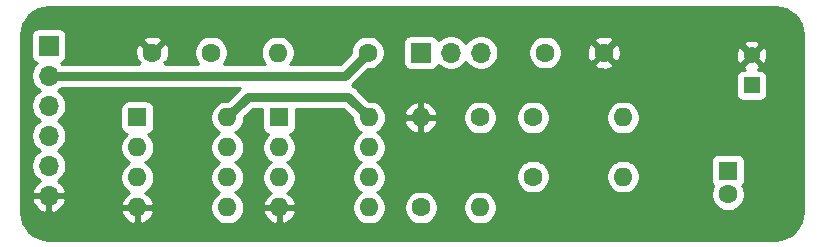
<source format=gbl>
G04 #@! TF.GenerationSoftware,KiCad,Pcbnew,(5.1.10)-1*
G04 #@! TF.CreationDate,2022-03-26T09:57:36-04:00*
G04 #@! TF.ProjectId,Microphone Amplifier,4d696372-6f70-4686-9f6e-6520416d706c,rev?*
G04 #@! TF.SameCoordinates,Original*
G04 #@! TF.FileFunction,Copper,L2,Bot*
G04 #@! TF.FilePolarity,Positive*
%FSLAX46Y46*%
G04 Gerber Fmt 4.6, Leading zero omitted, Abs format (unit mm)*
G04 Created by KiCad (PCBNEW (5.1.10)-1) date 2022-03-26 09:57:36*
%MOMM*%
%LPD*%
G01*
G04 APERTURE LIST*
G04 #@! TA.AperFunction,ComponentPad*
%ADD10C,1.600000*%
G04 #@! TD*
G04 #@! TA.AperFunction,ComponentPad*
%ADD11R,1.600000X1.600000*%
G04 #@! TD*
G04 #@! TA.AperFunction,ComponentPad*
%ADD12O,1.600000X1.600000*%
G04 #@! TD*
G04 #@! TA.AperFunction,ComponentPad*
%ADD13C,1.378000*%
G04 #@! TD*
G04 #@! TA.AperFunction,ComponentPad*
%ADD14R,1.378000X1.378000*%
G04 #@! TD*
G04 #@! TA.AperFunction,ComponentPad*
%ADD15O,1.700000X1.700000*%
G04 #@! TD*
G04 #@! TA.AperFunction,ComponentPad*
%ADD16R,1.700000X1.700000*%
G04 #@! TD*
G04 #@! TA.AperFunction,Conductor*
%ADD17C,0.750000*%
G04 #@! TD*
G04 #@! TA.AperFunction,Conductor*
%ADD18C,0.254000*%
G04 #@! TD*
G04 #@! TA.AperFunction,Conductor*
%ADD19C,0.100000*%
G04 #@! TD*
G04 APERTURE END LIST*
D10*
X156000000Y-122500000D03*
D11*
X156000000Y-120500000D03*
D12*
X113620000Y-116000000D03*
X106000000Y-123620000D03*
X113620000Y-118540000D03*
X106000000Y-121080000D03*
X113620000Y-121080000D03*
X106000000Y-118540000D03*
X113620000Y-123620000D03*
D11*
X106000000Y-116000000D03*
D12*
X125620000Y-116000000D03*
X118000000Y-123620000D03*
X125620000Y-118540000D03*
X118000000Y-121080000D03*
X125620000Y-121080000D03*
X118000000Y-118540000D03*
X125620000Y-123620000D03*
D11*
X118000000Y-116000000D03*
D12*
X147120000Y-121000000D03*
D10*
X139500000Y-121000000D03*
D12*
X117880000Y-110500000D03*
D10*
X125500000Y-110500000D03*
D12*
X147120000Y-116000000D03*
D10*
X139500000Y-116000000D03*
D12*
X130000000Y-116000000D03*
D10*
X130000000Y-123620000D03*
D12*
X135000000Y-123620000D03*
D10*
X135000000Y-116000000D03*
D13*
X158000000Y-110730000D03*
D14*
X158000000Y-113270000D03*
D15*
X135080000Y-110500000D03*
X132540000Y-110500000D03*
D16*
X130000000Y-110500000D03*
D15*
X98500000Y-122620000D03*
X98500000Y-120080000D03*
X98500000Y-117540000D03*
X98500000Y-115000000D03*
X98500000Y-112460000D03*
D16*
X98500000Y-109920000D03*
D10*
X145500000Y-110500000D03*
X140500000Y-110500000D03*
X107250000Y-110500000D03*
X112250000Y-110500000D03*
D17*
X123540000Y-112460000D02*
X125500000Y-110500000D01*
X98500000Y-112460000D02*
X123540000Y-112460000D01*
X125620000Y-116000000D02*
X123870000Y-114250000D01*
X115370000Y-114250000D02*
X113620000Y-116000000D01*
X123870000Y-114250000D02*
X115370000Y-114250000D01*
D18*
X160453893Y-106707670D02*
X160890498Y-106839489D01*
X161293185Y-107053600D01*
X161646612Y-107341848D01*
X161937327Y-107693261D01*
X162154242Y-108094439D01*
X162289106Y-108530113D01*
X162340001Y-109014353D01*
X162340000Y-123967721D01*
X162292330Y-124453894D01*
X162160512Y-124890497D01*
X161946399Y-125293186D01*
X161658150Y-125646613D01*
X161306739Y-125937327D01*
X160905564Y-126154240D01*
X160469886Y-126289106D01*
X159985664Y-126340000D01*
X98532279Y-126340000D01*
X98046106Y-126292330D01*
X97609503Y-126160512D01*
X97206814Y-125946399D01*
X96853387Y-125658150D01*
X96562673Y-125306739D01*
X96345760Y-124905564D01*
X96210894Y-124469886D01*
X96160000Y-123985664D01*
X96160000Y-122976890D01*
X97058524Y-122976890D01*
X97103175Y-123124099D01*
X97228359Y-123386920D01*
X97402412Y-123620269D01*
X97618645Y-123815178D01*
X97868748Y-123964157D01*
X98143109Y-124061481D01*
X98373000Y-123940814D01*
X98373000Y-122747000D01*
X98627000Y-122747000D01*
X98627000Y-123940814D01*
X98856891Y-124061481D01*
X99117489Y-123969039D01*
X104608096Y-123969039D01*
X104648754Y-124103087D01*
X104768963Y-124357420D01*
X104936481Y-124583414D01*
X105144869Y-124772385D01*
X105386119Y-124917070D01*
X105650960Y-125011909D01*
X105873000Y-124890624D01*
X105873000Y-123747000D01*
X106127000Y-123747000D01*
X106127000Y-124890624D01*
X106349040Y-125011909D01*
X106613881Y-124917070D01*
X106855131Y-124772385D01*
X107063519Y-124583414D01*
X107231037Y-124357420D01*
X107351246Y-124103087D01*
X107391904Y-123969039D01*
X107269915Y-123747000D01*
X106127000Y-123747000D01*
X105873000Y-123747000D01*
X104730085Y-123747000D01*
X104608096Y-123969039D01*
X99117489Y-123969039D01*
X99131252Y-123964157D01*
X99381355Y-123815178D01*
X99597588Y-123620269D01*
X99771641Y-123386920D01*
X99896825Y-123124099D01*
X99941476Y-122976890D01*
X99820155Y-122747000D01*
X98627000Y-122747000D01*
X98373000Y-122747000D01*
X97179845Y-122747000D01*
X97058524Y-122976890D01*
X96160000Y-122976890D01*
X96160000Y-109070000D01*
X97011928Y-109070000D01*
X97011928Y-110770000D01*
X97024188Y-110894482D01*
X97060498Y-111014180D01*
X97119463Y-111124494D01*
X97198815Y-111221185D01*
X97295506Y-111300537D01*
X97405820Y-111359502D01*
X97478380Y-111381513D01*
X97346525Y-111513368D01*
X97184010Y-111756589D01*
X97072068Y-112026842D01*
X97015000Y-112313740D01*
X97015000Y-112606260D01*
X97072068Y-112893158D01*
X97184010Y-113163411D01*
X97346525Y-113406632D01*
X97553368Y-113613475D01*
X97727760Y-113730000D01*
X97553368Y-113846525D01*
X97346525Y-114053368D01*
X97184010Y-114296589D01*
X97072068Y-114566842D01*
X97015000Y-114853740D01*
X97015000Y-115146260D01*
X97072068Y-115433158D01*
X97184010Y-115703411D01*
X97346525Y-115946632D01*
X97553368Y-116153475D01*
X97727760Y-116270000D01*
X97553368Y-116386525D01*
X97346525Y-116593368D01*
X97184010Y-116836589D01*
X97072068Y-117106842D01*
X97015000Y-117393740D01*
X97015000Y-117686260D01*
X97072068Y-117973158D01*
X97184010Y-118243411D01*
X97346525Y-118486632D01*
X97553368Y-118693475D01*
X97727760Y-118810000D01*
X97553368Y-118926525D01*
X97346525Y-119133368D01*
X97184010Y-119376589D01*
X97072068Y-119646842D01*
X97015000Y-119933740D01*
X97015000Y-120226260D01*
X97072068Y-120513158D01*
X97184010Y-120783411D01*
X97346525Y-121026632D01*
X97553368Y-121233475D01*
X97735534Y-121355195D01*
X97618645Y-121424822D01*
X97402412Y-121619731D01*
X97228359Y-121853080D01*
X97103175Y-122115901D01*
X97058524Y-122263110D01*
X97179845Y-122493000D01*
X98373000Y-122493000D01*
X98373000Y-122473000D01*
X98627000Y-122473000D01*
X98627000Y-122493000D01*
X99820155Y-122493000D01*
X99941476Y-122263110D01*
X99896825Y-122115901D01*
X99771641Y-121853080D01*
X99597588Y-121619731D01*
X99381355Y-121424822D01*
X99264466Y-121355195D01*
X99446632Y-121233475D01*
X99653475Y-121026632D01*
X99815990Y-120783411D01*
X99927932Y-120513158D01*
X99985000Y-120226260D01*
X99985000Y-119933740D01*
X99927932Y-119646842D01*
X99815990Y-119376589D01*
X99653475Y-119133368D01*
X99446632Y-118926525D01*
X99272240Y-118810000D01*
X99446632Y-118693475D01*
X99653475Y-118486632D01*
X99815990Y-118243411D01*
X99927932Y-117973158D01*
X99985000Y-117686260D01*
X99985000Y-117393740D01*
X99927932Y-117106842D01*
X99815990Y-116836589D01*
X99653475Y-116593368D01*
X99446632Y-116386525D01*
X99272240Y-116270000D01*
X99446632Y-116153475D01*
X99653475Y-115946632D01*
X99815990Y-115703411D01*
X99927932Y-115433158D01*
X99974310Y-115200000D01*
X104561928Y-115200000D01*
X104561928Y-116800000D01*
X104574188Y-116924482D01*
X104610498Y-117044180D01*
X104669463Y-117154494D01*
X104748815Y-117251185D01*
X104845506Y-117330537D01*
X104955820Y-117389502D01*
X105075518Y-117425812D01*
X105083961Y-117426643D01*
X104885363Y-117625241D01*
X104728320Y-117860273D01*
X104620147Y-118121426D01*
X104565000Y-118398665D01*
X104565000Y-118681335D01*
X104620147Y-118958574D01*
X104728320Y-119219727D01*
X104885363Y-119454759D01*
X105085241Y-119654637D01*
X105317759Y-119810000D01*
X105085241Y-119965363D01*
X104885363Y-120165241D01*
X104728320Y-120400273D01*
X104620147Y-120661426D01*
X104565000Y-120938665D01*
X104565000Y-121221335D01*
X104620147Y-121498574D01*
X104728320Y-121759727D01*
X104885363Y-121994759D01*
X105085241Y-122194637D01*
X105320273Y-122351680D01*
X105330865Y-122356067D01*
X105144869Y-122467615D01*
X104936481Y-122656586D01*
X104768963Y-122882580D01*
X104648754Y-123136913D01*
X104608096Y-123270961D01*
X104730085Y-123493000D01*
X105873000Y-123493000D01*
X105873000Y-123473000D01*
X106127000Y-123473000D01*
X106127000Y-123493000D01*
X107269915Y-123493000D01*
X107391904Y-123270961D01*
X107351246Y-123136913D01*
X107231037Y-122882580D01*
X107063519Y-122656586D01*
X106855131Y-122467615D01*
X106669135Y-122356067D01*
X106679727Y-122351680D01*
X106914759Y-122194637D01*
X107114637Y-121994759D01*
X107271680Y-121759727D01*
X107379853Y-121498574D01*
X107435000Y-121221335D01*
X107435000Y-120938665D01*
X107379853Y-120661426D01*
X107271680Y-120400273D01*
X107114637Y-120165241D01*
X106914759Y-119965363D01*
X106682241Y-119810000D01*
X106914759Y-119654637D01*
X107114637Y-119454759D01*
X107271680Y-119219727D01*
X107379853Y-118958574D01*
X107435000Y-118681335D01*
X107435000Y-118398665D01*
X107379853Y-118121426D01*
X107271680Y-117860273D01*
X107114637Y-117625241D01*
X106916039Y-117426643D01*
X106924482Y-117425812D01*
X107044180Y-117389502D01*
X107154494Y-117330537D01*
X107251185Y-117251185D01*
X107330537Y-117154494D01*
X107389502Y-117044180D01*
X107425812Y-116924482D01*
X107438072Y-116800000D01*
X107438072Y-115200000D01*
X107425812Y-115075518D01*
X107389502Y-114955820D01*
X107330537Y-114845506D01*
X107251185Y-114748815D01*
X107154494Y-114669463D01*
X107044180Y-114610498D01*
X106924482Y-114574188D01*
X106800000Y-114561928D01*
X105200000Y-114561928D01*
X105075518Y-114574188D01*
X104955820Y-114610498D01*
X104845506Y-114669463D01*
X104748815Y-114748815D01*
X104669463Y-114845506D01*
X104610498Y-114955820D01*
X104574188Y-115075518D01*
X104561928Y-115200000D01*
X99974310Y-115200000D01*
X99985000Y-115146260D01*
X99985000Y-114853740D01*
X99927932Y-114566842D01*
X99815990Y-114296589D01*
X99653475Y-114053368D01*
X99446632Y-113846525D01*
X99272240Y-113730000D01*
X99446632Y-113613475D01*
X99590107Y-113470000D01*
X114728362Y-113470000D01*
X114652367Y-113532367D01*
X114620744Y-113570901D01*
X113626645Y-114565000D01*
X113478665Y-114565000D01*
X113201426Y-114620147D01*
X112940273Y-114728320D01*
X112705241Y-114885363D01*
X112505363Y-115085241D01*
X112348320Y-115320273D01*
X112240147Y-115581426D01*
X112185000Y-115858665D01*
X112185000Y-116141335D01*
X112240147Y-116418574D01*
X112348320Y-116679727D01*
X112505363Y-116914759D01*
X112705241Y-117114637D01*
X112937759Y-117270000D01*
X112705241Y-117425363D01*
X112505363Y-117625241D01*
X112348320Y-117860273D01*
X112240147Y-118121426D01*
X112185000Y-118398665D01*
X112185000Y-118681335D01*
X112240147Y-118958574D01*
X112348320Y-119219727D01*
X112505363Y-119454759D01*
X112705241Y-119654637D01*
X112937759Y-119810000D01*
X112705241Y-119965363D01*
X112505363Y-120165241D01*
X112348320Y-120400273D01*
X112240147Y-120661426D01*
X112185000Y-120938665D01*
X112185000Y-121221335D01*
X112240147Y-121498574D01*
X112348320Y-121759727D01*
X112505363Y-121994759D01*
X112705241Y-122194637D01*
X112937759Y-122350000D01*
X112705241Y-122505363D01*
X112505363Y-122705241D01*
X112348320Y-122940273D01*
X112240147Y-123201426D01*
X112185000Y-123478665D01*
X112185000Y-123761335D01*
X112240147Y-124038574D01*
X112348320Y-124299727D01*
X112505363Y-124534759D01*
X112705241Y-124734637D01*
X112940273Y-124891680D01*
X113201426Y-124999853D01*
X113478665Y-125055000D01*
X113761335Y-125055000D01*
X114038574Y-124999853D01*
X114299727Y-124891680D01*
X114534759Y-124734637D01*
X114734637Y-124534759D01*
X114891680Y-124299727D01*
X114999853Y-124038574D01*
X115013684Y-123969039D01*
X116608096Y-123969039D01*
X116648754Y-124103087D01*
X116768963Y-124357420D01*
X116936481Y-124583414D01*
X117144869Y-124772385D01*
X117386119Y-124917070D01*
X117650960Y-125011909D01*
X117873000Y-124890624D01*
X117873000Y-123747000D01*
X118127000Y-123747000D01*
X118127000Y-124890624D01*
X118349040Y-125011909D01*
X118613881Y-124917070D01*
X118855131Y-124772385D01*
X119063519Y-124583414D01*
X119231037Y-124357420D01*
X119351246Y-124103087D01*
X119391904Y-123969039D01*
X119269915Y-123747000D01*
X118127000Y-123747000D01*
X117873000Y-123747000D01*
X116730085Y-123747000D01*
X116608096Y-123969039D01*
X115013684Y-123969039D01*
X115055000Y-123761335D01*
X115055000Y-123478665D01*
X114999853Y-123201426D01*
X114891680Y-122940273D01*
X114734637Y-122705241D01*
X114534759Y-122505363D01*
X114302241Y-122350000D01*
X114534759Y-122194637D01*
X114734637Y-121994759D01*
X114891680Y-121759727D01*
X114999853Y-121498574D01*
X115055000Y-121221335D01*
X115055000Y-120938665D01*
X114999853Y-120661426D01*
X114891680Y-120400273D01*
X114734637Y-120165241D01*
X114534759Y-119965363D01*
X114302241Y-119810000D01*
X114534759Y-119654637D01*
X114734637Y-119454759D01*
X114891680Y-119219727D01*
X114999853Y-118958574D01*
X115055000Y-118681335D01*
X115055000Y-118398665D01*
X114999853Y-118121426D01*
X114891680Y-117860273D01*
X114734637Y-117625241D01*
X114534759Y-117425363D01*
X114302241Y-117270000D01*
X114534759Y-117114637D01*
X114734637Y-116914759D01*
X114891680Y-116679727D01*
X114999853Y-116418574D01*
X115055000Y-116141335D01*
X115055000Y-115993355D01*
X115788356Y-115260000D01*
X116561928Y-115260000D01*
X116561928Y-116800000D01*
X116574188Y-116924482D01*
X116610498Y-117044180D01*
X116669463Y-117154494D01*
X116748815Y-117251185D01*
X116845506Y-117330537D01*
X116955820Y-117389502D01*
X117075518Y-117425812D01*
X117083961Y-117426643D01*
X116885363Y-117625241D01*
X116728320Y-117860273D01*
X116620147Y-118121426D01*
X116565000Y-118398665D01*
X116565000Y-118681335D01*
X116620147Y-118958574D01*
X116728320Y-119219727D01*
X116885363Y-119454759D01*
X117085241Y-119654637D01*
X117317759Y-119810000D01*
X117085241Y-119965363D01*
X116885363Y-120165241D01*
X116728320Y-120400273D01*
X116620147Y-120661426D01*
X116565000Y-120938665D01*
X116565000Y-121221335D01*
X116620147Y-121498574D01*
X116728320Y-121759727D01*
X116885363Y-121994759D01*
X117085241Y-122194637D01*
X117320273Y-122351680D01*
X117330865Y-122356067D01*
X117144869Y-122467615D01*
X116936481Y-122656586D01*
X116768963Y-122882580D01*
X116648754Y-123136913D01*
X116608096Y-123270961D01*
X116730085Y-123493000D01*
X117873000Y-123493000D01*
X117873000Y-123473000D01*
X118127000Y-123473000D01*
X118127000Y-123493000D01*
X119269915Y-123493000D01*
X119391904Y-123270961D01*
X119351246Y-123136913D01*
X119231037Y-122882580D01*
X119063519Y-122656586D01*
X118855131Y-122467615D01*
X118669135Y-122356067D01*
X118679727Y-122351680D01*
X118914759Y-122194637D01*
X119114637Y-121994759D01*
X119271680Y-121759727D01*
X119379853Y-121498574D01*
X119435000Y-121221335D01*
X119435000Y-120938665D01*
X119379853Y-120661426D01*
X119271680Y-120400273D01*
X119114637Y-120165241D01*
X118914759Y-119965363D01*
X118682241Y-119810000D01*
X118914759Y-119654637D01*
X119114637Y-119454759D01*
X119271680Y-119219727D01*
X119379853Y-118958574D01*
X119435000Y-118681335D01*
X119435000Y-118398665D01*
X119379853Y-118121426D01*
X119271680Y-117860273D01*
X119114637Y-117625241D01*
X118916039Y-117426643D01*
X118924482Y-117425812D01*
X119044180Y-117389502D01*
X119154494Y-117330537D01*
X119251185Y-117251185D01*
X119330537Y-117154494D01*
X119389502Y-117044180D01*
X119425812Y-116924482D01*
X119438072Y-116800000D01*
X119438072Y-115260000D01*
X123451645Y-115260000D01*
X124185000Y-115993356D01*
X124185000Y-116141335D01*
X124240147Y-116418574D01*
X124348320Y-116679727D01*
X124505363Y-116914759D01*
X124705241Y-117114637D01*
X124937759Y-117270000D01*
X124705241Y-117425363D01*
X124505363Y-117625241D01*
X124348320Y-117860273D01*
X124240147Y-118121426D01*
X124185000Y-118398665D01*
X124185000Y-118681335D01*
X124240147Y-118958574D01*
X124348320Y-119219727D01*
X124505363Y-119454759D01*
X124705241Y-119654637D01*
X124937759Y-119810000D01*
X124705241Y-119965363D01*
X124505363Y-120165241D01*
X124348320Y-120400273D01*
X124240147Y-120661426D01*
X124185000Y-120938665D01*
X124185000Y-121221335D01*
X124240147Y-121498574D01*
X124348320Y-121759727D01*
X124505363Y-121994759D01*
X124705241Y-122194637D01*
X124937759Y-122350000D01*
X124705241Y-122505363D01*
X124505363Y-122705241D01*
X124348320Y-122940273D01*
X124240147Y-123201426D01*
X124185000Y-123478665D01*
X124185000Y-123761335D01*
X124240147Y-124038574D01*
X124348320Y-124299727D01*
X124505363Y-124534759D01*
X124705241Y-124734637D01*
X124940273Y-124891680D01*
X125201426Y-124999853D01*
X125478665Y-125055000D01*
X125761335Y-125055000D01*
X126038574Y-124999853D01*
X126299727Y-124891680D01*
X126534759Y-124734637D01*
X126734637Y-124534759D01*
X126891680Y-124299727D01*
X126999853Y-124038574D01*
X127055000Y-123761335D01*
X127055000Y-123478665D01*
X128565000Y-123478665D01*
X128565000Y-123761335D01*
X128620147Y-124038574D01*
X128728320Y-124299727D01*
X128885363Y-124534759D01*
X129085241Y-124734637D01*
X129320273Y-124891680D01*
X129581426Y-124999853D01*
X129858665Y-125055000D01*
X130141335Y-125055000D01*
X130418574Y-124999853D01*
X130679727Y-124891680D01*
X130914759Y-124734637D01*
X131114637Y-124534759D01*
X131271680Y-124299727D01*
X131379853Y-124038574D01*
X131435000Y-123761335D01*
X131435000Y-123478665D01*
X133565000Y-123478665D01*
X133565000Y-123761335D01*
X133620147Y-124038574D01*
X133728320Y-124299727D01*
X133885363Y-124534759D01*
X134085241Y-124734637D01*
X134320273Y-124891680D01*
X134581426Y-124999853D01*
X134858665Y-125055000D01*
X135141335Y-125055000D01*
X135418574Y-124999853D01*
X135679727Y-124891680D01*
X135914759Y-124734637D01*
X136114637Y-124534759D01*
X136271680Y-124299727D01*
X136379853Y-124038574D01*
X136435000Y-123761335D01*
X136435000Y-123478665D01*
X136379853Y-123201426D01*
X136271680Y-122940273D01*
X136114637Y-122705241D01*
X135914759Y-122505363D01*
X135679727Y-122348320D01*
X135418574Y-122240147D01*
X135141335Y-122185000D01*
X134858665Y-122185000D01*
X134581426Y-122240147D01*
X134320273Y-122348320D01*
X134085241Y-122505363D01*
X133885363Y-122705241D01*
X133728320Y-122940273D01*
X133620147Y-123201426D01*
X133565000Y-123478665D01*
X131435000Y-123478665D01*
X131379853Y-123201426D01*
X131271680Y-122940273D01*
X131114637Y-122705241D01*
X130914759Y-122505363D01*
X130679727Y-122348320D01*
X130418574Y-122240147D01*
X130141335Y-122185000D01*
X129858665Y-122185000D01*
X129581426Y-122240147D01*
X129320273Y-122348320D01*
X129085241Y-122505363D01*
X128885363Y-122705241D01*
X128728320Y-122940273D01*
X128620147Y-123201426D01*
X128565000Y-123478665D01*
X127055000Y-123478665D01*
X126999853Y-123201426D01*
X126891680Y-122940273D01*
X126734637Y-122705241D01*
X126534759Y-122505363D01*
X126302241Y-122350000D01*
X126534759Y-122194637D01*
X126734637Y-121994759D01*
X126891680Y-121759727D01*
X126999853Y-121498574D01*
X127055000Y-121221335D01*
X127055000Y-120938665D01*
X127039087Y-120858665D01*
X138065000Y-120858665D01*
X138065000Y-121141335D01*
X138120147Y-121418574D01*
X138228320Y-121679727D01*
X138385363Y-121914759D01*
X138585241Y-122114637D01*
X138820273Y-122271680D01*
X139081426Y-122379853D01*
X139358665Y-122435000D01*
X139641335Y-122435000D01*
X139918574Y-122379853D01*
X140179727Y-122271680D01*
X140414759Y-122114637D01*
X140614637Y-121914759D01*
X140771680Y-121679727D01*
X140879853Y-121418574D01*
X140935000Y-121141335D01*
X140935000Y-120858665D01*
X145685000Y-120858665D01*
X145685000Y-121141335D01*
X145740147Y-121418574D01*
X145848320Y-121679727D01*
X146005363Y-121914759D01*
X146205241Y-122114637D01*
X146440273Y-122271680D01*
X146701426Y-122379853D01*
X146978665Y-122435000D01*
X147261335Y-122435000D01*
X147538574Y-122379853D01*
X147799727Y-122271680D01*
X148034759Y-122114637D01*
X148234637Y-121914759D01*
X148391680Y-121679727D01*
X148499853Y-121418574D01*
X148555000Y-121141335D01*
X148555000Y-120858665D01*
X148499853Y-120581426D01*
X148391680Y-120320273D01*
X148234637Y-120085241D01*
X148034759Y-119885363D01*
X147799727Y-119728320D01*
X147731357Y-119700000D01*
X154561928Y-119700000D01*
X154561928Y-121300000D01*
X154574188Y-121424482D01*
X154610498Y-121544180D01*
X154669463Y-121654494D01*
X154748815Y-121751185D01*
X154765393Y-121764790D01*
X154728320Y-121820273D01*
X154620147Y-122081426D01*
X154565000Y-122358665D01*
X154565000Y-122641335D01*
X154620147Y-122918574D01*
X154728320Y-123179727D01*
X154885363Y-123414759D01*
X155085241Y-123614637D01*
X155320273Y-123771680D01*
X155581426Y-123879853D01*
X155858665Y-123935000D01*
X156141335Y-123935000D01*
X156418574Y-123879853D01*
X156679727Y-123771680D01*
X156914759Y-123614637D01*
X157114637Y-123414759D01*
X157271680Y-123179727D01*
X157379853Y-122918574D01*
X157435000Y-122641335D01*
X157435000Y-122358665D01*
X157379853Y-122081426D01*
X157271680Y-121820273D01*
X157234607Y-121764790D01*
X157251185Y-121751185D01*
X157330537Y-121654494D01*
X157389502Y-121544180D01*
X157425812Y-121424482D01*
X157438072Y-121300000D01*
X157438072Y-119700000D01*
X157425812Y-119575518D01*
X157389502Y-119455820D01*
X157330537Y-119345506D01*
X157251185Y-119248815D01*
X157154494Y-119169463D01*
X157044180Y-119110498D01*
X156924482Y-119074188D01*
X156800000Y-119061928D01*
X155200000Y-119061928D01*
X155075518Y-119074188D01*
X154955820Y-119110498D01*
X154845506Y-119169463D01*
X154748815Y-119248815D01*
X154669463Y-119345506D01*
X154610498Y-119455820D01*
X154574188Y-119575518D01*
X154561928Y-119700000D01*
X147731357Y-119700000D01*
X147538574Y-119620147D01*
X147261335Y-119565000D01*
X146978665Y-119565000D01*
X146701426Y-119620147D01*
X146440273Y-119728320D01*
X146205241Y-119885363D01*
X146005363Y-120085241D01*
X145848320Y-120320273D01*
X145740147Y-120581426D01*
X145685000Y-120858665D01*
X140935000Y-120858665D01*
X140879853Y-120581426D01*
X140771680Y-120320273D01*
X140614637Y-120085241D01*
X140414759Y-119885363D01*
X140179727Y-119728320D01*
X139918574Y-119620147D01*
X139641335Y-119565000D01*
X139358665Y-119565000D01*
X139081426Y-119620147D01*
X138820273Y-119728320D01*
X138585241Y-119885363D01*
X138385363Y-120085241D01*
X138228320Y-120320273D01*
X138120147Y-120581426D01*
X138065000Y-120858665D01*
X127039087Y-120858665D01*
X126999853Y-120661426D01*
X126891680Y-120400273D01*
X126734637Y-120165241D01*
X126534759Y-119965363D01*
X126302241Y-119810000D01*
X126534759Y-119654637D01*
X126734637Y-119454759D01*
X126891680Y-119219727D01*
X126999853Y-118958574D01*
X127055000Y-118681335D01*
X127055000Y-118398665D01*
X126999853Y-118121426D01*
X126891680Y-117860273D01*
X126734637Y-117625241D01*
X126534759Y-117425363D01*
X126302241Y-117270000D01*
X126534759Y-117114637D01*
X126734637Y-116914759D01*
X126891680Y-116679727D01*
X126999853Y-116418574D01*
X127013684Y-116349040D01*
X128608091Y-116349040D01*
X128702930Y-116613881D01*
X128847615Y-116855131D01*
X129036586Y-117063519D01*
X129262580Y-117231037D01*
X129516913Y-117351246D01*
X129650961Y-117391904D01*
X129873000Y-117269915D01*
X129873000Y-116127000D01*
X130127000Y-116127000D01*
X130127000Y-117269915D01*
X130349039Y-117391904D01*
X130483087Y-117351246D01*
X130737420Y-117231037D01*
X130963414Y-117063519D01*
X131152385Y-116855131D01*
X131297070Y-116613881D01*
X131391909Y-116349040D01*
X131270624Y-116127000D01*
X130127000Y-116127000D01*
X129873000Y-116127000D01*
X128729376Y-116127000D01*
X128608091Y-116349040D01*
X127013684Y-116349040D01*
X127055000Y-116141335D01*
X127055000Y-115858665D01*
X127013685Y-115650960D01*
X128608091Y-115650960D01*
X128729376Y-115873000D01*
X129873000Y-115873000D01*
X129873000Y-114730085D01*
X130127000Y-114730085D01*
X130127000Y-115873000D01*
X131270624Y-115873000D01*
X131278454Y-115858665D01*
X133565000Y-115858665D01*
X133565000Y-116141335D01*
X133620147Y-116418574D01*
X133728320Y-116679727D01*
X133885363Y-116914759D01*
X134085241Y-117114637D01*
X134320273Y-117271680D01*
X134581426Y-117379853D01*
X134858665Y-117435000D01*
X135141335Y-117435000D01*
X135418574Y-117379853D01*
X135679727Y-117271680D01*
X135914759Y-117114637D01*
X136114637Y-116914759D01*
X136271680Y-116679727D01*
X136379853Y-116418574D01*
X136435000Y-116141335D01*
X136435000Y-115858665D01*
X138065000Y-115858665D01*
X138065000Y-116141335D01*
X138120147Y-116418574D01*
X138228320Y-116679727D01*
X138385363Y-116914759D01*
X138585241Y-117114637D01*
X138820273Y-117271680D01*
X139081426Y-117379853D01*
X139358665Y-117435000D01*
X139641335Y-117435000D01*
X139918574Y-117379853D01*
X140179727Y-117271680D01*
X140414759Y-117114637D01*
X140614637Y-116914759D01*
X140771680Y-116679727D01*
X140879853Y-116418574D01*
X140935000Y-116141335D01*
X140935000Y-115858665D01*
X145685000Y-115858665D01*
X145685000Y-116141335D01*
X145740147Y-116418574D01*
X145848320Y-116679727D01*
X146005363Y-116914759D01*
X146205241Y-117114637D01*
X146440273Y-117271680D01*
X146701426Y-117379853D01*
X146978665Y-117435000D01*
X147261335Y-117435000D01*
X147538574Y-117379853D01*
X147799727Y-117271680D01*
X148034759Y-117114637D01*
X148234637Y-116914759D01*
X148391680Y-116679727D01*
X148499853Y-116418574D01*
X148555000Y-116141335D01*
X148555000Y-115858665D01*
X148499853Y-115581426D01*
X148391680Y-115320273D01*
X148234637Y-115085241D01*
X148034759Y-114885363D01*
X147799727Y-114728320D01*
X147538574Y-114620147D01*
X147261335Y-114565000D01*
X146978665Y-114565000D01*
X146701426Y-114620147D01*
X146440273Y-114728320D01*
X146205241Y-114885363D01*
X146005363Y-115085241D01*
X145848320Y-115320273D01*
X145740147Y-115581426D01*
X145685000Y-115858665D01*
X140935000Y-115858665D01*
X140879853Y-115581426D01*
X140771680Y-115320273D01*
X140614637Y-115085241D01*
X140414759Y-114885363D01*
X140179727Y-114728320D01*
X139918574Y-114620147D01*
X139641335Y-114565000D01*
X139358665Y-114565000D01*
X139081426Y-114620147D01*
X138820273Y-114728320D01*
X138585241Y-114885363D01*
X138385363Y-115085241D01*
X138228320Y-115320273D01*
X138120147Y-115581426D01*
X138065000Y-115858665D01*
X136435000Y-115858665D01*
X136379853Y-115581426D01*
X136271680Y-115320273D01*
X136114637Y-115085241D01*
X135914759Y-114885363D01*
X135679727Y-114728320D01*
X135418574Y-114620147D01*
X135141335Y-114565000D01*
X134858665Y-114565000D01*
X134581426Y-114620147D01*
X134320273Y-114728320D01*
X134085241Y-114885363D01*
X133885363Y-115085241D01*
X133728320Y-115320273D01*
X133620147Y-115581426D01*
X133565000Y-115858665D01*
X131278454Y-115858665D01*
X131391909Y-115650960D01*
X131297070Y-115386119D01*
X131152385Y-115144869D01*
X130963414Y-114936481D01*
X130737420Y-114768963D01*
X130483087Y-114648754D01*
X130349039Y-114608096D01*
X130127000Y-114730085D01*
X129873000Y-114730085D01*
X129650961Y-114608096D01*
X129516913Y-114648754D01*
X129262580Y-114768963D01*
X129036586Y-114936481D01*
X128847615Y-115144869D01*
X128702930Y-115386119D01*
X128608091Y-115650960D01*
X127013685Y-115650960D01*
X126999853Y-115581426D01*
X126891680Y-115320273D01*
X126734637Y-115085241D01*
X126534759Y-114885363D01*
X126299727Y-114728320D01*
X126038574Y-114620147D01*
X125761335Y-114565000D01*
X125613356Y-114565000D01*
X124619261Y-113570906D01*
X124587633Y-113532367D01*
X124433840Y-113406153D01*
X124258380Y-113312368D01*
X124137966Y-113275841D01*
X124257633Y-113177633D01*
X124289261Y-113139094D01*
X124847355Y-112581000D01*
X156672928Y-112581000D01*
X156672928Y-113959000D01*
X156685188Y-114083482D01*
X156721498Y-114203180D01*
X156780463Y-114313494D01*
X156859815Y-114410185D01*
X156956506Y-114489537D01*
X157066820Y-114548502D01*
X157186518Y-114584812D01*
X157311000Y-114597072D01*
X158689000Y-114597072D01*
X158813482Y-114584812D01*
X158933180Y-114548502D01*
X159043494Y-114489537D01*
X159140185Y-114410185D01*
X159219537Y-114313494D01*
X159278502Y-114203180D01*
X159314812Y-114083482D01*
X159327072Y-113959000D01*
X159327072Y-112581000D01*
X159314812Y-112456518D01*
X159278502Y-112336820D01*
X159219537Y-112226506D01*
X159140185Y-112129815D01*
X159043494Y-112050463D01*
X158933180Y-111991498D01*
X158813482Y-111955188D01*
X158689000Y-111942928D01*
X158538151Y-111942928D01*
X158577522Y-111928518D01*
X158675677Y-111876054D01*
X158733802Y-111643407D01*
X158000000Y-110909605D01*
X157266198Y-111643407D01*
X157324323Y-111876054D01*
X157468409Y-111942928D01*
X157311000Y-111942928D01*
X157186518Y-111955188D01*
X157066820Y-111991498D01*
X156956506Y-112050463D01*
X156859815Y-112129815D01*
X156780463Y-112226506D01*
X156721498Y-112336820D01*
X156685188Y-112456518D01*
X156672928Y-112581000D01*
X124847355Y-112581000D01*
X125493356Y-111935000D01*
X125641335Y-111935000D01*
X125918574Y-111879853D01*
X126179727Y-111771680D01*
X126414759Y-111614637D01*
X126614637Y-111414759D01*
X126771680Y-111179727D01*
X126879853Y-110918574D01*
X126935000Y-110641335D01*
X126935000Y-110358665D01*
X126879853Y-110081426D01*
X126771680Y-109820273D01*
X126657908Y-109650000D01*
X128511928Y-109650000D01*
X128511928Y-111350000D01*
X128524188Y-111474482D01*
X128560498Y-111594180D01*
X128619463Y-111704494D01*
X128698815Y-111801185D01*
X128795506Y-111880537D01*
X128905820Y-111939502D01*
X129025518Y-111975812D01*
X129150000Y-111988072D01*
X130850000Y-111988072D01*
X130974482Y-111975812D01*
X131094180Y-111939502D01*
X131204494Y-111880537D01*
X131301185Y-111801185D01*
X131380537Y-111704494D01*
X131439502Y-111594180D01*
X131461513Y-111521620D01*
X131593368Y-111653475D01*
X131836589Y-111815990D01*
X132106842Y-111927932D01*
X132393740Y-111985000D01*
X132686260Y-111985000D01*
X132973158Y-111927932D01*
X133243411Y-111815990D01*
X133486632Y-111653475D01*
X133693475Y-111446632D01*
X133810000Y-111272240D01*
X133926525Y-111446632D01*
X134133368Y-111653475D01*
X134376589Y-111815990D01*
X134646842Y-111927932D01*
X134933740Y-111985000D01*
X135226260Y-111985000D01*
X135513158Y-111927932D01*
X135783411Y-111815990D01*
X136026632Y-111653475D01*
X136233475Y-111446632D01*
X136395990Y-111203411D01*
X136507932Y-110933158D01*
X136565000Y-110646260D01*
X136565000Y-110358665D01*
X139065000Y-110358665D01*
X139065000Y-110641335D01*
X139120147Y-110918574D01*
X139228320Y-111179727D01*
X139385363Y-111414759D01*
X139585241Y-111614637D01*
X139820273Y-111771680D01*
X140081426Y-111879853D01*
X140358665Y-111935000D01*
X140641335Y-111935000D01*
X140918574Y-111879853D01*
X141179727Y-111771680D01*
X141414759Y-111614637D01*
X141536694Y-111492702D01*
X144686903Y-111492702D01*
X144758486Y-111736671D01*
X145013996Y-111857571D01*
X145288184Y-111926300D01*
X145570512Y-111940217D01*
X145850130Y-111898787D01*
X146116292Y-111803603D01*
X146241514Y-111736671D01*
X146313097Y-111492702D01*
X145500000Y-110679605D01*
X144686903Y-111492702D01*
X141536694Y-111492702D01*
X141614637Y-111414759D01*
X141771680Y-111179727D01*
X141879853Y-110918574D01*
X141935000Y-110641335D01*
X141935000Y-110570512D01*
X144059783Y-110570512D01*
X144101213Y-110850130D01*
X144196397Y-111116292D01*
X144263329Y-111241514D01*
X144507298Y-111313097D01*
X145320395Y-110500000D01*
X145679605Y-110500000D01*
X146492702Y-111313097D01*
X146736671Y-111241514D01*
X146857571Y-110986004D01*
X146902965Y-110804908D01*
X156671706Y-110804908D01*
X156711842Y-111062606D01*
X156801482Y-111307522D01*
X156853946Y-111405677D01*
X157086593Y-111463802D01*
X157820395Y-110730000D01*
X158179605Y-110730000D01*
X158913407Y-111463802D01*
X159146054Y-111405677D01*
X159255851Y-111169110D01*
X159317386Y-110915669D01*
X159328294Y-110655092D01*
X159288158Y-110397394D01*
X159198518Y-110152478D01*
X159146054Y-110054323D01*
X158913407Y-109996198D01*
X158179605Y-110730000D01*
X157820395Y-110730000D01*
X157086593Y-109996198D01*
X156853946Y-110054323D01*
X156744149Y-110290890D01*
X156682614Y-110544331D01*
X156671706Y-110804908D01*
X146902965Y-110804908D01*
X146926300Y-110711816D01*
X146940217Y-110429488D01*
X146898787Y-110149870D01*
X146803603Y-109883708D01*
X146767730Y-109816593D01*
X157266198Y-109816593D01*
X158000000Y-110550395D01*
X158733802Y-109816593D01*
X158675677Y-109583946D01*
X158439110Y-109474149D01*
X158185669Y-109412614D01*
X157925092Y-109401706D01*
X157667394Y-109441842D01*
X157422478Y-109531482D01*
X157324323Y-109583946D01*
X157266198Y-109816593D01*
X146767730Y-109816593D01*
X146736671Y-109758486D01*
X146492702Y-109686903D01*
X145679605Y-110500000D01*
X145320395Y-110500000D01*
X144507298Y-109686903D01*
X144263329Y-109758486D01*
X144142429Y-110013996D01*
X144073700Y-110288184D01*
X144059783Y-110570512D01*
X141935000Y-110570512D01*
X141935000Y-110358665D01*
X141879853Y-110081426D01*
X141771680Y-109820273D01*
X141614637Y-109585241D01*
X141536694Y-109507298D01*
X144686903Y-109507298D01*
X145500000Y-110320395D01*
X146313097Y-109507298D01*
X146241514Y-109263329D01*
X145986004Y-109142429D01*
X145711816Y-109073700D01*
X145429488Y-109059783D01*
X145149870Y-109101213D01*
X144883708Y-109196397D01*
X144758486Y-109263329D01*
X144686903Y-109507298D01*
X141536694Y-109507298D01*
X141414759Y-109385363D01*
X141179727Y-109228320D01*
X140918574Y-109120147D01*
X140641335Y-109065000D01*
X140358665Y-109065000D01*
X140081426Y-109120147D01*
X139820273Y-109228320D01*
X139585241Y-109385363D01*
X139385363Y-109585241D01*
X139228320Y-109820273D01*
X139120147Y-110081426D01*
X139065000Y-110358665D01*
X136565000Y-110358665D01*
X136565000Y-110353740D01*
X136507932Y-110066842D01*
X136395990Y-109796589D01*
X136233475Y-109553368D01*
X136026632Y-109346525D01*
X135783411Y-109184010D01*
X135513158Y-109072068D01*
X135226260Y-109015000D01*
X134933740Y-109015000D01*
X134646842Y-109072068D01*
X134376589Y-109184010D01*
X134133368Y-109346525D01*
X133926525Y-109553368D01*
X133810000Y-109727760D01*
X133693475Y-109553368D01*
X133486632Y-109346525D01*
X133243411Y-109184010D01*
X132973158Y-109072068D01*
X132686260Y-109015000D01*
X132393740Y-109015000D01*
X132106842Y-109072068D01*
X131836589Y-109184010D01*
X131593368Y-109346525D01*
X131461513Y-109478380D01*
X131439502Y-109405820D01*
X131380537Y-109295506D01*
X131301185Y-109198815D01*
X131204494Y-109119463D01*
X131094180Y-109060498D01*
X130974482Y-109024188D01*
X130850000Y-109011928D01*
X129150000Y-109011928D01*
X129025518Y-109024188D01*
X128905820Y-109060498D01*
X128795506Y-109119463D01*
X128698815Y-109198815D01*
X128619463Y-109295506D01*
X128560498Y-109405820D01*
X128524188Y-109525518D01*
X128511928Y-109650000D01*
X126657908Y-109650000D01*
X126614637Y-109585241D01*
X126414759Y-109385363D01*
X126179727Y-109228320D01*
X125918574Y-109120147D01*
X125641335Y-109065000D01*
X125358665Y-109065000D01*
X125081426Y-109120147D01*
X124820273Y-109228320D01*
X124585241Y-109385363D01*
X124385363Y-109585241D01*
X124228320Y-109820273D01*
X124120147Y-110081426D01*
X124065000Y-110358665D01*
X124065000Y-110506644D01*
X123121645Y-111450000D01*
X118959396Y-111450000D01*
X118994637Y-111414759D01*
X119151680Y-111179727D01*
X119259853Y-110918574D01*
X119315000Y-110641335D01*
X119315000Y-110358665D01*
X119259853Y-110081426D01*
X119151680Y-109820273D01*
X118994637Y-109585241D01*
X118794759Y-109385363D01*
X118559727Y-109228320D01*
X118298574Y-109120147D01*
X118021335Y-109065000D01*
X117738665Y-109065000D01*
X117461426Y-109120147D01*
X117200273Y-109228320D01*
X116965241Y-109385363D01*
X116765363Y-109585241D01*
X116608320Y-109820273D01*
X116500147Y-110081426D01*
X116445000Y-110358665D01*
X116445000Y-110641335D01*
X116500147Y-110918574D01*
X116608320Y-111179727D01*
X116765363Y-111414759D01*
X116800604Y-111450000D01*
X113329396Y-111450000D01*
X113364637Y-111414759D01*
X113521680Y-111179727D01*
X113629853Y-110918574D01*
X113685000Y-110641335D01*
X113685000Y-110358665D01*
X113629853Y-110081426D01*
X113521680Y-109820273D01*
X113364637Y-109585241D01*
X113164759Y-109385363D01*
X112929727Y-109228320D01*
X112668574Y-109120147D01*
X112391335Y-109065000D01*
X112108665Y-109065000D01*
X111831426Y-109120147D01*
X111570273Y-109228320D01*
X111335241Y-109385363D01*
X111135363Y-109585241D01*
X110978320Y-109820273D01*
X110870147Y-110081426D01*
X110815000Y-110358665D01*
X110815000Y-110641335D01*
X110870147Y-110918574D01*
X110978320Y-111179727D01*
X111135363Y-111414759D01*
X111170604Y-111450000D01*
X108338347Y-111450000D01*
X108358977Y-111429370D01*
X108242704Y-111313097D01*
X108486671Y-111241514D01*
X108607571Y-110986004D01*
X108676300Y-110711816D01*
X108690217Y-110429488D01*
X108648787Y-110149870D01*
X108553603Y-109883708D01*
X108486671Y-109758486D01*
X108242702Y-109686903D01*
X107429605Y-110500000D01*
X107443748Y-110514143D01*
X107264143Y-110693748D01*
X107250000Y-110679605D01*
X107235858Y-110693748D01*
X107056253Y-110514143D01*
X107070395Y-110500000D01*
X106257298Y-109686903D01*
X106013329Y-109758486D01*
X105892429Y-110013996D01*
X105823700Y-110288184D01*
X105809783Y-110570512D01*
X105851213Y-110850130D01*
X105946397Y-111116292D01*
X106013329Y-111241514D01*
X106257296Y-111313097D01*
X106141023Y-111429370D01*
X106161653Y-111450000D01*
X99590107Y-111450000D01*
X99521620Y-111381513D01*
X99594180Y-111359502D01*
X99704494Y-111300537D01*
X99801185Y-111221185D01*
X99880537Y-111124494D01*
X99939502Y-111014180D01*
X99975812Y-110894482D01*
X99988072Y-110770000D01*
X99988072Y-109507298D01*
X106436903Y-109507298D01*
X107250000Y-110320395D01*
X108063097Y-109507298D01*
X107991514Y-109263329D01*
X107736004Y-109142429D01*
X107461816Y-109073700D01*
X107179488Y-109059783D01*
X106899870Y-109101213D01*
X106633708Y-109196397D01*
X106508486Y-109263329D01*
X106436903Y-109507298D01*
X99988072Y-109507298D01*
X99988072Y-109070000D01*
X99975812Y-108945518D01*
X99939502Y-108825820D01*
X99880537Y-108715506D01*
X99801185Y-108618815D01*
X99704494Y-108539463D01*
X99594180Y-108480498D01*
X99474482Y-108444188D01*
X99350000Y-108431928D01*
X97650000Y-108431928D01*
X97525518Y-108444188D01*
X97405820Y-108480498D01*
X97295506Y-108539463D01*
X97198815Y-108618815D01*
X97119463Y-108715506D01*
X97060498Y-108825820D01*
X97024188Y-108945518D01*
X97011928Y-109070000D01*
X96160000Y-109070000D01*
X96160000Y-109032279D01*
X96207670Y-108546107D01*
X96339489Y-108109502D01*
X96553600Y-107706815D01*
X96841848Y-107353388D01*
X97193261Y-107062673D01*
X97594439Y-106845758D01*
X98030113Y-106710894D01*
X98514344Y-106660000D01*
X159967721Y-106660000D01*
X160453893Y-106707670D01*
G04 #@! TA.AperFunction,Conductor*
D19*
G36*
X160453893Y-106707670D02*
G01*
X160890498Y-106839489D01*
X161293185Y-107053600D01*
X161646612Y-107341848D01*
X161937327Y-107693261D01*
X162154242Y-108094439D01*
X162289106Y-108530113D01*
X162340001Y-109014353D01*
X162340000Y-123967721D01*
X162292330Y-124453894D01*
X162160512Y-124890497D01*
X161946399Y-125293186D01*
X161658150Y-125646613D01*
X161306739Y-125937327D01*
X160905564Y-126154240D01*
X160469886Y-126289106D01*
X159985664Y-126340000D01*
X98532279Y-126340000D01*
X98046106Y-126292330D01*
X97609503Y-126160512D01*
X97206814Y-125946399D01*
X96853387Y-125658150D01*
X96562673Y-125306739D01*
X96345760Y-124905564D01*
X96210894Y-124469886D01*
X96160000Y-123985664D01*
X96160000Y-122976890D01*
X97058524Y-122976890D01*
X97103175Y-123124099D01*
X97228359Y-123386920D01*
X97402412Y-123620269D01*
X97618645Y-123815178D01*
X97868748Y-123964157D01*
X98143109Y-124061481D01*
X98373000Y-123940814D01*
X98373000Y-122747000D01*
X98627000Y-122747000D01*
X98627000Y-123940814D01*
X98856891Y-124061481D01*
X99117489Y-123969039D01*
X104608096Y-123969039D01*
X104648754Y-124103087D01*
X104768963Y-124357420D01*
X104936481Y-124583414D01*
X105144869Y-124772385D01*
X105386119Y-124917070D01*
X105650960Y-125011909D01*
X105873000Y-124890624D01*
X105873000Y-123747000D01*
X106127000Y-123747000D01*
X106127000Y-124890624D01*
X106349040Y-125011909D01*
X106613881Y-124917070D01*
X106855131Y-124772385D01*
X107063519Y-124583414D01*
X107231037Y-124357420D01*
X107351246Y-124103087D01*
X107391904Y-123969039D01*
X107269915Y-123747000D01*
X106127000Y-123747000D01*
X105873000Y-123747000D01*
X104730085Y-123747000D01*
X104608096Y-123969039D01*
X99117489Y-123969039D01*
X99131252Y-123964157D01*
X99381355Y-123815178D01*
X99597588Y-123620269D01*
X99771641Y-123386920D01*
X99896825Y-123124099D01*
X99941476Y-122976890D01*
X99820155Y-122747000D01*
X98627000Y-122747000D01*
X98373000Y-122747000D01*
X97179845Y-122747000D01*
X97058524Y-122976890D01*
X96160000Y-122976890D01*
X96160000Y-109070000D01*
X97011928Y-109070000D01*
X97011928Y-110770000D01*
X97024188Y-110894482D01*
X97060498Y-111014180D01*
X97119463Y-111124494D01*
X97198815Y-111221185D01*
X97295506Y-111300537D01*
X97405820Y-111359502D01*
X97478380Y-111381513D01*
X97346525Y-111513368D01*
X97184010Y-111756589D01*
X97072068Y-112026842D01*
X97015000Y-112313740D01*
X97015000Y-112606260D01*
X97072068Y-112893158D01*
X97184010Y-113163411D01*
X97346525Y-113406632D01*
X97553368Y-113613475D01*
X97727760Y-113730000D01*
X97553368Y-113846525D01*
X97346525Y-114053368D01*
X97184010Y-114296589D01*
X97072068Y-114566842D01*
X97015000Y-114853740D01*
X97015000Y-115146260D01*
X97072068Y-115433158D01*
X97184010Y-115703411D01*
X97346525Y-115946632D01*
X97553368Y-116153475D01*
X97727760Y-116270000D01*
X97553368Y-116386525D01*
X97346525Y-116593368D01*
X97184010Y-116836589D01*
X97072068Y-117106842D01*
X97015000Y-117393740D01*
X97015000Y-117686260D01*
X97072068Y-117973158D01*
X97184010Y-118243411D01*
X97346525Y-118486632D01*
X97553368Y-118693475D01*
X97727760Y-118810000D01*
X97553368Y-118926525D01*
X97346525Y-119133368D01*
X97184010Y-119376589D01*
X97072068Y-119646842D01*
X97015000Y-119933740D01*
X97015000Y-120226260D01*
X97072068Y-120513158D01*
X97184010Y-120783411D01*
X97346525Y-121026632D01*
X97553368Y-121233475D01*
X97735534Y-121355195D01*
X97618645Y-121424822D01*
X97402412Y-121619731D01*
X97228359Y-121853080D01*
X97103175Y-122115901D01*
X97058524Y-122263110D01*
X97179845Y-122493000D01*
X98373000Y-122493000D01*
X98373000Y-122473000D01*
X98627000Y-122473000D01*
X98627000Y-122493000D01*
X99820155Y-122493000D01*
X99941476Y-122263110D01*
X99896825Y-122115901D01*
X99771641Y-121853080D01*
X99597588Y-121619731D01*
X99381355Y-121424822D01*
X99264466Y-121355195D01*
X99446632Y-121233475D01*
X99653475Y-121026632D01*
X99815990Y-120783411D01*
X99927932Y-120513158D01*
X99985000Y-120226260D01*
X99985000Y-119933740D01*
X99927932Y-119646842D01*
X99815990Y-119376589D01*
X99653475Y-119133368D01*
X99446632Y-118926525D01*
X99272240Y-118810000D01*
X99446632Y-118693475D01*
X99653475Y-118486632D01*
X99815990Y-118243411D01*
X99927932Y-117973158D01*
X99985000Y-117686260D01*
X99985000Y-117393740D01*
X99927932Y-117106842D01*
X99815990Y-116836589D01*
X99653475Y-116593368D01*
X99446632Y-116386525D01*
X99272240Y-116270000D01*
X99446632Y-116153475D01*
X99653475Y-115946632D01*
X99815990Y-115703411D01*
X99927932Y-115433158D01*
X99974310Y-115200000D01*
X104561928Y-115200000D01*
X104561928Y-116800000D01*
X104574188Y-116924482D01*
X104610498Y-117044180D01*
X104669463Y-117154494D01*
X104748815Y-117251185D01*
X104845506Y-117330537D01*
X104955820Y-117389502D01*
X105075518Y-117425812D01*
X105083961Y-117426643D01*
X104885363Y-117625241D01*
X104728320Y-117860273D01*
X104620147Y-118121426D01*
X104565000Y-118398665D01*
X104565000Y-118681335D01*
X104620147Y-118958574D01*
X104728320Y-119219727D01*
X104885363Y-119454759D01*
X105085241Y-119654637D01*
X105317759Y-119810000D01*
X105085241Y-119965363D01*
X104885363Y-120165241D01*
X104728320Y-120400273D01*
X104620147Y-120661426D01*
X104565000Y-120938665D01*
X104565000Y-121221335D01*
X104620147Y-121498574D01*
X104728320Y-121759727D01*
X104885363Y-121994759D01*
X105085241Y-122194637D01*
X105320273Y-122351680D01*
X105330865Y-122356067D01*
X105144869Y-122467615D01*
X104936481Y-122656586D01*
X104768963Y-122882580D01*
X104648754Y-123136913D01*
X104608096Y-123270961D01*
X104730085Y-123493000D01*
X105873000Y-123493000D01*
X105873000Y-123473000D01*
X106127000Y-123473000D01*
X106127000Y-123493000D01*
X107269915Y-123493000D01*
X107391904Y-123270961D01*
X107351246Y-123136913D01*
X107231037Y-122882580D01*
X107063519Y-122656586D01*
X106855131Y-122467615D01*
X106669135Y-122356067D01*
X106679727Y-122351680D01*
X106914759Y-122194637D01*
X107114637Y-121994759D01*
X107271680Y-121759727D01*
X107379853Y-121498574D01*
X107435000Y-121221335D01*
X107435000Y-120938665D01*
X107379853Y-120661426D01*
X107271680Y-120400273D01*
X107114637Y-120165241D01*
X106914759Y-119965363D01*
X106682241Y-119810000D01*
X106914759Y-119654637D01*
X107114637Y-119454759D01*
X107271680Y-119219727D01*
X107379853Y-118958574D01*
X107435000Y-118681335D01*
X107435000Y-118398665D01*
X107379853Y-118121426D01*
X107271680Y-117860273D01*
X107114637Y-117625241D01*
X106916039Y-117426643D01*
X106924482Y-117425812D01*
X107044180Y-117389502D01*
X107154494Y-117330537D01*
X107251185Y-117251185D01*
X107330537Y-117154494D01*
X107389502Y-117044180D01*
X107425812Y-116924482D01*
X107438072Y-116800000D01*
X107438072Y-115200000D01*
X107425812Y-115075518D01*
X107389502Y-114955820D01*
X107330537Y-114845506D01*
X107251185Y-114748815D01*
X107154494Y-114669463D01*
X107044180Y-114610498D01*
X106924482Y-114574188D01*
X106800000Y-114561928D01*
X105200000Y-114561928D01*
X105075518Y-114574188D01*
X104955820Y-114610498D01*
X104845506Y-114669463D01*
X104748815Y-114748815D01*
X104669463Y-114845506D01*
X104610498Y-114955820D01*
X104574188Y-115075518D01*
X104561928Y-115200000D01*
X99974310Y-115200000D01*
X99985000Y-115146260D01*
X99985000Y-114853740D01*
X99927932Y-114566842D01*
X99815990Y-114296589D01*
X99653475Y-114053368D01*
X99446632Y-113846525D01*
X99272240Y-113730000D01*
X99446632Y-113613475D01*
X99590107Y-113470000D01*
X114728362Y-113470000D01*
X114652367Y-113532367D01*
X114620744Y-113570901D01*
X113626645Y-114565000D01*
X113478665Y-114565000D01*
X113201426Y-114620147D01*
X112940273Y-114728320D01*
X112705241Y-114885363D01*
X112505363Y-115085241D01*
X112348320Y-115320273D01*
X112240147Y-115581426D01*
X112185000Y-115858665D01*
X112185000Y-116141335D01*
X112240147Y-116418574D01*
X112348320Y-116679727D01*
X112505363Y-116914759D01*
X112705241Y-117114637D01*
X112937759Y-117270000D01*
X112705241Y-117425363D01*
X112505363Y-117625241D01*
X112348320Y-117860273D01*
X112240147Y-118121426D01*
X112185000Y-118398665D01*
X112185000Y-118681335D01*
X112240147Y-118958574D01*
X112348320Y-119219727D01*
X112505363Y-119454759D01*
X112705241Y-119654637D01*
X112937759Y-119810000D01*
X112705241Y-119965363D01*
X112505363Y-120165241D01*
X112348320Y-120400273D01*
X112240147Y-120661426D01*
X112185000Y-120938665D01*
X112185000Y-121221335D01*
X112240147Y-121498574D01*
X112348320Y-121759727D01*
X112505363Y-121994759D01*
X112705241Y-122194637D01*
X112937759Y-122350000D01*
X112705241Y-122505363D01*
X112505363Y-122705241D01*
X112348320Y-122940273D01*
X112240147Y-123201426D01*
X112185000Y-123478665D01*
X112185000Y-123761335D01*
X112240147Y-124038574D01*
X112348320Y-124299727D01*
X112505363Y-124534759D01*
X112705241Y-124734637D01*
X112940273Y-124891680D01*
X113201426Y-124999853D01*
X113478665Y-125055000D01*
X113761335Y-125055000D01*
X114038574Y-124999853D01*
X114299727Y-124891680D01*
X114534759Y-124734637D01*
X114734637Y-124534759D01*
X114891680Y-124299727D01*
X114999853Y-124038574D01*
X115013684Y-123969039D01*
X116608096Y-123969039D01*
X116648754Y-124103087D01*
X116768963Y-124357420D01*
X116936481Y-124583414D01*
X117144869Y-124772385D01*
X117386119Y-124917070D01*
X117650960Y-125011909D01*
X117873000Y-124890624D01*
X117873000Y-123747000D01*
X118127000Y-123747000D01*
X118127000Y-124890624D01*
X118349040Y-125011909D01*
X118613881Y-124917070D01*
X118855131Y-124772385D01*
X119063519Y-124583414D01*
X119231037Y-124357420D01*
X119351246Y-124103087D01*
X119391904Y-123969039D01*
X119269915Y-123747000D01*
X118127000Y-123747000D01*
X117873000Y-123747000D01*
X116730085Y-123747000D01*
X116608096Y-123969039D01*
X115013684Y-123969039D01*
X115055000Y-123761335D01*
X115055000Y-123478665D01*
X114999853Y-123201426D01*
X114891680Y-122940273D01*
X114734637Y-122705241D01*
X114534759Y-122505363D01*
X114302241Y-122350000D01*
X114534759Y-122194637D01*
X114734637Y-121994759D01*
X114891680Y-121759727D01*
X114999853Y-121498574D01*
X115055000Y-121221335D01*
X115055000Y-120938665D01*
X114999853Y-120661426D01*
X114891680Y-120400273D01*
X114734637Y-120165241D01*
X114534759Y-119965363D01*
X114302241Y-119810000D01*
X114534759Y-119654637D01*
X114734637Y-119454759D01*
X114891680Y-119219727D01*
X114999853Y-118958574D01*
X115055000Y-118681335D01*
X115055000Y-118398665D01*
X114999853Y-118121426D01*
X114891680Y-117860273D01*
X114734637Y-117625241D01*
X114534759Y-117425363D01*
X114302241Y-117270000D01*
X114534759Y-117114637D01*
X114734637Y-116914759D01*
X114891680Y-116679727D01*
X114999853Y-116418574D01*
X115055000Y-116141335D01*
X115055000Y-115993355D01*
X115788356Y-115260000D01*
X116561928Y-115260000D01*
X116561928Y-116800000D01*
X116574188Y-116924482D01*
X116610498Y-117044180D01*
X116669463Y-117154494D01*
X116748815Y-117251185D01*
X116845506Y-117330537D01*
X116955820Y-117389502D01*
X117075518Y-117425812D01*
X117083961Y-117426643D01*
X116885363Y-117625241D01*
X116728320Y-117860273D01*
X116620147Y-118121426D01*
X116565000Y-118398665D01*
X116565000Y-118681335D01*
X116620147Y-118958574D01*
X116728320Y-119219727D01*
X116885363Y-119454759D01*
X117085241Y-119654637D01*
X117317759Y-119810000D01*
X117085241Y-119965363D01*
X116885363Y-120165241D01*
X116728320Y-120400273D01*
X116620147Y-120661426D01*
X116565000Y-120938665D01*
X116565000Y-121221335D01*
X116620147Y-121498574D01*
X116728320Y-121759727D01*
X116885363Y-121994759D01*
X117085241Y-122194637D01*
X117320273Y-122351680D01*
X117330865Y-122356067D01*
X117144869Y-122467615D01*
X116936481Y-122656586D01*
X116768963Y-122882580D01*
X116648754Y-123136913D01*
X116608096Y-123270961D01*
X116730085Y-123493000D01*
X117873000Y-123493000D01*
X117873000Y-123473000D01*
X118127000Y-123473000D01*
X118127000Y-123493000D01*
X119269915Y-123493000D01*
X119391904Y-123270961D01*
X119351246Y-123136913D01*
X119231037Y-122882580D01*
X119063519Y-122656586D01*
X118855131Y-122467615D01*
X118669135Y-122356067D01*
X118679727Y-122351680D01*
X118914759Y-122194637D01*
X119114637Y-121994759D01*
X119271680Y-121759727D01*
X119379853Y-121498574D01*
X119435000Y-121221335D01*
X119435000Y-120938665D01*
X119379853Y-120661426D01*
X119271680Y-120400273D01*
X119114637Y-120165241D01*
X118914759Y-119965363D01*
X118682241Y-119810000D01*
X118914759Y-119654637D01*
X119114637Y-119454759D01*
X119271680Y-119219727D01*
X119379853Y-118958574D01*
X119435000Y-118681335D01*
X119435000Y-118398665D01*
X119379853Y-118121426D01*
X119271680Y-117860273D01*
X119114637Y-117625241D01*
X118916039Y-117426643D01*
X118924482Y-117425812D01*
X119044180Y-117389502D01*
X119154494Y-117330537D01*
X119251185Y-117251185D01*
X119330537Y-117154494D01*
X119389502Y-117044180D01*
X119425812Y-116924482D01*
X119438072Y-116800000D01*
X119438072Y-115260000D01*
X123451645Y-115260000D01*
X124185000Y-115993356D01*
X124185000Y-116141335D01*
X124240147Y-116418574D01*
X124348320Y-116679727D01*
X124505363Y-116914759D01*
X124705241Y-117114637D01*
X124937759Y-117270000D01*
X124705241Y-117425363D01*
X124505363Y-117625241D01*
X124348320Y-117860273D01*
X124240147Y-118121426D01*
X124185000Y-118398665D01*
X124185000Y-118681335D01*
X124240147Y-118958574D01*
X124348320Y-119219727D01*
X124505363Y-119454759D01*
X124705241Y-119654637D01*
X124937759Y-119810000D01*
X124705241Y-119965363D01*
X124505363Y-120165241D01*
X124348320Y-120400273D01*
X124240147Y-120661426D01*
X124185000Y-120938665D01*
X124185000Y-121221335D01*
X124240147Y-121498574D01*
X124348320Y-121759727D01*
X124505363Y-121994759D01*
X124705241Y-122194637D01*
X124937759Y-122350000D01*
X124705241Y-122505363D01*
X124505363Y-122705241D01*
X124348320Y-122940273D01*
X124240147Y-123201426D01*
X124185000Y-123478665D01*
X124185000Y-123761335D01*
X124240147Y-124038574D01*
X124348320Y-124299727D01*
X124505363Y-124534759D01*
X124705241Y-124734637D01*
X124940273Y-124891680D01*
X125201426Y-124999853D01*
X125478665Y-125055000D01*
X125761335Y-125055000D01*
X126038574Y-124999853D01*
X126299727Y-124891680D01*
X126534759Y-124734637D01*
X126734637Y-124534759D01*
X126891680Y-124299727D01*
X126999853Y-124038574D01*
X127055000Y-123761335D01*
X127055000Y-123478665D01*
X128565000Y-123478665D01*
X128565000Y-123761335D01*
X128620147Y-124038574D01*
X128728320Y-124299727D01*
X128885363Y-124534759D01*
X129085241Y-124734637D01*
X129320273Y-124891680D01*
X129581426Y-124999853D01*
X129858665Y-125055000D01*
X130141335Y-125055000D01*
X130418574Y-124999853D01*
X130679727Y-124891680D01*
X130914759Y-124734637D01*
X131114637Y-124534759D01*
X131271680Y-124299727D01*
X131379853Y-124038574D01*
X131435000Y-123761335D01*
X131435000Y-123478665D01*
X133565000Y-123478665D01*
X133565000Y-123761335D01*
X133620147Y-124038574D01*
X133728320Y-124299727D01*
X133885363Y-124534759D01*
X134085241Y-124734637D01*
X134320273Y-124891680D01*
X134581426Y-124999853D01*
X134858665Y-125055000D01*
X135141335Y-125055000D01*
X135418574Y-124999853D01*
X135679727Y-124891680D01*
X135914759Y-124734637D01*
X136114637Y-124534759D01*
X136271680Y-124299727D01*
X136379853Y-124038574D01*
X136435000Y-123761335D01*
X136435000Y-123478665D01*
X136379853Y-123201426D01*
X136271680Y-122940273D01*
X136114637Y-122705241D01*
X135914759Y-122505363D01*
X135679727Y-122348320D01*
X135418574Y-122240147D01*
X135141335Y-122185000D01*
X134858665Y-122185000D01*
X134581426Y-122240147D01*
X134320273Y-122348320D01*
X134085241Y-122505363D01*
X133885363Y-122705241D01*
X133728320Y-122940273D01*
X133620147Y-123201426D01*
X133565000Y-123478665D01*
X131435000Y-123478665D01*
X131379853Y-123201426D01*
X131271680Y-122940273D01*
X131114637Y-122705241D01*
X130914759Y-122505363D01*
X130679727Y-122348320D01*
X130418574Y-122240147D01*
X130141335Y-122185000D01*
X129858665Y-122185000D01*
X129581426Y-122240147D01*
X129320273Y-122348320D01*
X129085241Y-122505363D01*
X128885363Y-122705241D01*
X128728320Y-122940273D01*
X128620147Y-123201426D01*
X128565000Y-123478665D01*
X127055000Y-123478665D01*
X126999853Y-123201426D01*
X126891680Y-122940273D01*
X126734637Y-122705241D01*
X126534759Y-122505363D01*
X126302241Y-122350000D01*
X126534759Y-122194637D01*
X126734637Y-121994759D01*
X126891680Y-121759727D01*
X126999853Y-121498574D01*
X127055000Y-121221335D01*
X127055000Y-120938665D01*
X127039087Y-120858665D01*
X138065000Y-120858665D01*
X138065000Y-121141335D01*
X138120147Y-121418574D01*
X138228320Y-121679727D01*
X138385363Y-121914759D01*
X138585241Y-122114637D01*
X138820273Y-122271680D01*
X139081426Y-122379853D01*
X139358665Y-122435000D01*
X139641335Y-122435000D01*
X139918574Y-122379853D01*
X140179727Y-122271680D01*
X140414759Y-122114637D01*
X140614637Y-121914759D01*
X140771680Y-121679727D01*
X140879853Y-121418574D01*
X140935000Y-121141335D01*
X140935000Y-120858665D01*
X145685000Y-120858665D01*
X145685000Y-121141335D01*
X145740147Y-121418574D01*
X145848320Y-121679727D01*
X146005363Y-121914759D01*
X146205241Y-122114637D01*
X146440273Y-122271680D01*
X146701426Y-122379853D01*
X146978665Y-122435000D01*
X147261335Y-122435000D01*
X147538574Y-122379853D01*
X147799727Y-122271680D01*
X148034759Y-122114637D01*
X148234637Y-121914759D01*
X148391680Y-121679727D01*
X148499853Y-121418574D01*
X148555000Y-121141335D01*
X148555000Y-120858665D01*
X148499853Y-120581426D01*
X148391680Y-120320273D01*
X148234637Y-120085241D01*
X148034759Y-119885363D01*
X147799727Y-119728320D01*
X147731357Y-119700000D01*
X154561928Y-119700000D01*
X154561928Y-121300000D01*
X154574188Y-121424482D01*
X154610498Y-121544180D01*
X154669463Y-121654494D01*
X154748815Y-121751185D01*
X154765393Y-121764790D01*
X154728320Y-121820273D01*
X154620147Y-122081426D01*
X154565000Y-122358665D01*
X154565000Y-122641335D01*
X154620147Y-122918574D01*
X154728320Y-123179727D01*
X154885363Y-123414759D01*
X155085241Y-123614637D01*
X155320273Y-123771680D01*
X155581426Y-123879853D01*
X155858665Y-123935000D01*
X156141335Y-123935000D01*
X156418574Y-123879853D01*
X156679727Y-123771680D01*
X156914759Y-123614637D01*
X157114637Y-123414759D01*
X157271680Y-123179727D01*
X157379853Y-122918574D01*
X157435000Y-122641335D01*
X157435000Y-122358665D01*
X157379853Y-122081426D01*
X157271680Y-121820273D01*
X157234607Y-121764790D01*
X157251185Y-121751185D01*
X157330537Y-121654494D01*
X157389502Y-121544180D01*
X157425812Y-121424482D01*
X157438072Y-121300000D01*
X157438072Y-119700000D01*
X157425812Y-119575518D01*
X157389502Y-119455820D01*
X157330537Y-119345506D01*
X157251185Y-119248815D01*
X157154494Y-119169463D01*
X157044180Y-119110498D01*
X156924482Y-119074188D01*
X156800000Y-119061928D01*
X155200000Y-119061928D01*
X155075518Y-119074188D01*
X154955820Y-119110498D01*
X154845506Y-119169463D01*
X154748815Y-119248815D01*
X154669463Y-119345506D01*
X154610498Y-119455820D01*
X154574188Y-119575518D01*
X154561928Y-119700000D01*
X147731357Y-119700000D01*
X147538574Y-119620147D01*
X147261335Y-119565000D01*
X146978665Y-119565000D01*
X146701426Y-119620147D01*
X146440273Y-119728320D01*
X146205241Y-119885363D01*
X146005363Y-120085241D01*
X145848320Y-120320273D01*
X145740147Y-120581426D01*
X145685000Y-120858665D01*
X140935000Y-120858665D01*
X140879853Y-120581426D01*
X140771680Y-120320273D01*
X140614637Y-120085241D01*
X140414759Y-119885363D01*
X140179727Y-119728320D01*
X139918574Y-119620147D01*
X139641335Y-119565000D01*
X139358665Y-119565000D01*
X139081426Y-119620147D01*
X138820273Y-119728320D01*
X138585241Y-119885363D01*
X138385363Y-120085241D01*
X138228320Y-120320273D01*
X138120147Y-120581426D01*
X138065000Y-120858665D01*
X127039087Y-120858665D01*
X126999853Y-120661426D01*
X126891680Y-120400273D01*
X126734637Y-120165241D01*
X126534759Y-119965363D01*
X126302241Y-119810000D01*
X126534759Y-119654637D01*
X126734637Y-119454759D01*
X126891680Y-119219727D01*
X126999853Y-118958574D01*
X127055000Y-118681335D01*
X127055000Y-118398665D01*
X126999853Y-118121426D01*
X126891680Y-117860273D01*
X126734637Y-117625241D01*
X126534759Y-117425363D01*
X126302241Y-117270000D01*
X126534759Y-117114637D01*
X126734637Y-116914759D01*
X126891680Y-116679727D01*
X126999853Y-116418574D01*
X127013684Y-116349040D01*
X128608091Y-116349040D01*
X128702930Y-116613881D01*
X128847615Y-116855131D01*
X129036586Y-117063519D01*
X129262580Y-117231037D01*
X129516913Y-117351246D01*
X129650961Y-117391904D01*
X129873000Y-117269915D01*
X129873000Y-116127000D01*
X130127000Y-116127000D01*
X130127000Y-117269915D01*
X130349039Y-117391904D01*
X130483087Y-117351246D01*
X130737420Y-117231037D01*
X130963414Y-117063519D01*
X131152385Y-116855131D01*
X131297070Y-116613881D01*
X131391909Y-116349040D01*
X131270624Y-116127000D01*
X130127000Y-116127000D01*
X129873000Y-116127000D01*
X128729376Y-116127000D01*
X128608091Y-116349040D01*
X127013684Y-116349040D01*
X127055000Y-116141335D01*
X127055000Y-115858665D01*
X127013685Y-115650960D01*
X128608091Y-115650960D01*
X128729376Y-115873000D01*
X129873000Y-115873000D01*
X129873000Y-114730085D01*
X130127000Y-114730085D01*
X130127000Y-115873000D01*
X131270624Y-115873000D01*
X131278454Y-115858665D01*
X133565000Y-115858665D01*
X133565000Y-116141335D01*
X133620147Y-116418574D01*
X133728320Y-116679727D01*
X133885363Y-116914759D01*
X134085241Y-117114637D01*
X134320273Y-117271680D01*
X134581426Y-117379853D01*
X134858665Y-117435000D01*
X135141335Y-117435000D01*
X135418574Y-117379853D01*
X135679727Y-117271680D01*
X135914759Y-117114637D01*
X136114637Y-116914759D01*
X136271680Y-116679727D01*
X136379853Y-116418574D01*
X136435000Y-116141335D01*
X136435000Y-115858665D01*
X138065000Y-115858665D01*
X138065000Y-116141335D01*
X138120147Y-116418574D01*
X138228320Y-116679727D01*
X138385363Y-116914759D01*
X138585241Y-117114637D01*
X138820273Y-117271680D01*
X139081426Y-117379853D01*
X139358665Y-117435000D01*
X139641335Y-117435000D01*
X139918574Y-117379853D01*
X140179727Y-117271680D01*
X140414759Y-117114637D01*
X140614637Y-116914759D01*
X140771680Y-116679727D01*
X140879853Y-116418574D01*
X140935000Y-116141335D01*
X140935000Y-115858665D01*
X145685000Y-115858665D01*
X145685000Y-116141335D01*
X145740147Y-116418574D01*
X145848320Y-116679727D01*
X146005363Y-116914759D01*
X146205241Y-117114637D01*
X146440273Y-117271680D01*
X146701426Y-117379853D01*
X146978665Y-117435000D01*
X147261335Y-117435000D01*
X147538574Y-117379853D01*
X147799727Y-117271680D01*
X148034759Y-117114637D01*
X148234637Y-116914759D01*
X148391680Y-116679727D01*
X148499853Y-116418574D01*
X148555000Y-116141335D01*
X148555000Y-115858665D01*
X148499853Y-115581426D01*
X148391680Y-115320273D01*
X148234637Y-115085241D01*
X148034759Y-114885363D01*
X147799727Y-114728320D01*
X147538574Y-114620147D01*
X147261335Y-114565000D01*
X146978665Y-114565000D01*
X146701426Y-114620147D01*
X146440273Y-114728320D01*
X146205241Y-114885363D01*
X146005363Y-115085241D01*
X145848320Y-115320273D01*
X145740147Y-115581426D01*
X145685000Y-115858665D01*
X140935000Y-115858665D01*
X140879853Y-115581426D01*
X140771680Y-115320273D01*
X140614637Y-115085241D01*
X140414759Y-114885363D01*
X140179727Y-114728320D01*
X139918574Y-114620147D01*
X139641335Y-114565000D01*
X139358665Y-114565000D01*
X139081426Y-114620147D01*
X138820273Y-114728320D01*
X138585241Y-114885363D01*
X138385363Y-115085241D01*
X138228320Y-115320273D01*
X138120147Y-115581426D01*
X138065000Y-115858665D01*
X136435000Y-115858665D01*
X136379853Y-115581426D01*
X136271680Y-115320273D01*
X136114637Y-115085241D01*
X135914759Y-114885363D01*
X135679727Y-114728320D01*
X135418574Y-114620147D01*
X135141335Y-114565000D01*
X134858665Y-114565000D01*
X134581426Y-114620147D01*
X134320273Y-114728320D01*
X134085241Y-114885363D01*
X133885363Y-115085241D01*
X133728320Y-115320273D01*
X133620147Y-115581426D01*
X133565000Y-115858665D01*
X131278454Y-115858665D01*
X131391909Y-115650960D01*
X131297070Y-115386119D01*
X131152385Y-115144869D01*
X130963414Y-114936481D01*
X130737420Y-114768963D01*
X130483087Y-114648754D01*
X130349039Y-114608096D01*
X130127000Y-114730085D01*
X129873000Y-114730085D01*
X129650961Y-114608096D01*
X129516913Y-114648754D01*
X129262580Y-114768963D01*
X129036586Y-114936481D01*
X128847615Y-115144869D01*
X128702930Y-115386119D01*
X128608091Y-115650960D01*
X127013685Y-115650960D01*
X126999853Y-115581426D01*
X126891680Y-115320273D01*
X126734637Y-115085241D01*
X126534759Y-114885363D01*
X126299727Y-114728320D01*
X126038574Y-114620147D01*
X125761335Y-114565000D01*
X125613356Y-114565000D01*
X124619261Y-113570906D01*
X124587633Y-113532367D01*
X124433840Y-113406153D01*
X124258380Y-113312368D01*
X124137966Y-113275841D01*
X124257633Y-113177633D01*
X124289261Y-113139094D01*
X124847355Y-112581000D01*
X156672928Y-112581000D01*
X156672928Y-113959000D01*
X156685188Y-114083482D01*
X156721498Y-114203180D01*
X156780463Y-114313494D01*
X156859815Y-114410185D01*
X156956506Y-114489537D01*
X157066820Y-114548502D01*
X157186518Y-114584812D01*
X157311000Y-114597072D01*
X158689000Y-114597072D01*
X158813482Y-114584812D01*
X158933180Y-114548502D01*
X159043494Y-114489537D01*
X159140185Y-114410185D01*
X159219537Y-114313494D01*
X159278502Y-114203180D01*
X159314812Y-114083482D01*
X159327072Y-113959000D01*
X159327072Y-112581000D01*
X159314812Y-112456518D01*
X159278502Y-112336820D01*
X159219537Y-112226506D01*
X159140185Y-112129815D01*
X159043494Y-112050463D01*
X158933180Y-111991498D01*
X158813482Y-111955188D01*
X158689000Y-111942928D01*
X158538151Y-111942928D01*
X158577522Y-111928518D01*
X158675677Y-111876054D01*
X158733802Y-111643407D01*
X158000000Y-110909605D01*
X157266198Y-111643407D01*
X157324323Y-111876054D01*
X157468409Y-111942928D01*
X157311000Y-111942928D01*
X157186518Y-111955188D01*
X157066820Y-111991498D01*
X156956506Y-112050463D01*
X156859815Y-112129815D01*
X156780463Y-112226506D01*
X156721498Y-112336820D01*
X156685188Y-112456518D01*
X156672928Y-112581000D01*
X124847355Y-112581000D01*
X125493356Y-111935000D01*
X125641335Y-111935000D01*
X125918574Y-111879853D01*
X126179727Y-111771680D01*
X126414759Y-111614637D01*
X126614637Y-111414759D01*
X126771680Y-111179727D01*
X126879853Y-110918574D01*
X126935000Y-110641335D01*
X126935000Y-110358665D01*
X126879853Y-110081426D01*
X126771680Y-109820273D01*
X126657908Y-109650000D01*
X128511928Y-109650000D01*
X128511928Y-111350000D01*
X128524188Y-111474482D01*
X128560498Y-111594180D01*
X128619463Y-111704494D01*
X128698815Y-111801185D01*
X128795506Y-111880537D01*
X128905820Y-111939502D01*
X129025518Y-111975812D01*
X129150000Y-111988072D01*
X130850000Y-111988072D01*
X130974482Y-111975812D01*
X131094180Y-111939502D01*
X131204494Y-111880537D01*
X131301185Y-111801185D01*
X131380537Y-111704494D01*
X131439502Y-111594180D01*
X131461513Y-111521620D01*
X131593368Y-111653475D01*
X131836589Y-111815990D01*
X132106842Y-111927932D01*
X132393740Y-111985000D01*
X132686260Y-111985000D01*
X132973158Y-111927932D01*
X133243411Y-111815990D01*
X133486632Y-111653475D01*
X133693475Y-111446632D01*
X133810000Y-111272240D01*
X133926525Y-111446632D01*
X134133368Y-111653475D01*
X134376589Y-111815990D01*
X134646842Y-111927932D01*
X134933740Y-111985000D01*
X135226260Y-111985000D01*
X135513158Y-111927932D01*
X135783411Y-111815990D01*
X136026632Y-111653475D01*
X136233475Y-111446632D01*
X136395990Y-111203411D01*
X136507932Y-110933158D01*
X136565000Y-110646260D01*
X136565000Y-110358665D01*
X139065000Y-110358665D01*
X139065000Y-110641335D01*
X139120147Y-110918574D01*
X139228320Y-111179727D01*
X139385363Y-111414759D01*
X139585241Y-111614637D01*
X139820273Y-111771680D01*
X140081426Y-111879853D01*
X140358665Y-111935000D01*
X140641335Y-111935000D01*
X140918574Y-111879853D01*
X141179727Y-111771680D01*
X141414759Y-111614637D01*
X141536694Y-111492702D01*
X144686903Y-111492702D01*
X144758486Y-111736671D01*
X145013996Y-111857571D01*
X145288184Y-111926300D01*
X145570512Y-111940217D01*
X145850130Y-111898787D01*
X146116292Y-111803603D01*
X146241514Y-111736671D01*
X146313097Y-111492702D01*
X145500000Y-110679605D01*
X144686903Y-111492702D01*
X141536694Y-111492702D01*
X141614637Y-111414759D01*
X141771680Y-111179727D01*
X141879853Y-110918574D01*
X141935000Y-110641335D01*
X141935000Y-110570512D01*
X144059783Y-110570512D01*
X144101213Y-110850130D01*
X144196397Y-111116292D01*
X144263329Y-111241514D01*
X144507298Y-111313097D01*
X145320395Y-110500000D01*
X145679605Y-110500000D01*
X146492702Y-111313097D01*
X146736671Y-111241514D01*
X146857571Y-110986004D01*
X146902965Y-110804908D01*
X156671706Y-110804908D01*
X156711842Y-111062606D01*
X156801482Y-111307522D01*
X156853946Y-111405677D01*
X157086593Y-111463802D01*
X157820395Y-110730000D01*
X158179605Y-110730000D01*
X158913407Y-111463802D01*
X159146054Y-111405677D01*
X159255851Y-111169110D01*
X159317386Y-110915669D01*
X159328294Y-110655092D01*
X159288158Y-110397394D01*
X159198518Y-110152478D01*
X159146054Y-110054323D01*
X158913407Y-109996198D01*
X158179605Y-110730000D01*
X157820395Y-110730000D01*
X157086593Y-109996198D01*
X156853946Y-110054323D01*
X156744149Y-110290890D01*
X156682614Y-110544331D01*
X156671706Y-110804908D01*
X146902965Y-110804908D01*
X146926300Y-110711816D01*
X146940217Y-110429488D01*
X146898787Y-110149870D01*
X146803603Y-109883708D01*
X146767730Y-109816593D01*
X157266198Y-109816593D01*
X158000000Y-110550395D01*
X158733802Y-109816593D01*
X158675677Y-109583946D01*
X158439110Y-109474149D01*
X158185669Y-109412614D01*
X157925092Y-109401706D01*
X157667394Y-109441842D01*
X157422478Y-109531482D01*
X157324323Y-109583946D01*
X157266198Y-109816593D01*
X146767730Y-109816593D01*
X146736671Y-109758486D01*
X146492702Y-109686903D01*
X145679605Y-110500000D01*
X145320395Y-110500000D01*
X144507298Y-109686903D01*
X144263329Y-109758486D01*
X144142429Y-110013996D01*
X144073700Y-110288184D01*
X144059783Y-110570512D01*
X141935000Y-110570512D01*
X141935000Y-110358665D01*
X141879853Y-110081426D01*
X141771680Y-109820273D01*
X141614637Y-109585241D01*
X141536694Y-109507298D01*
X144686903Y-109507298D01*
X145500000Y-110320395D01*
X146313097Y-109507298D01*
X146241514Y-109263329D01*
X145986004Y-109142429D01*
X145711816Y-109073700D01*
X145429488Y-109059783D01*
X145149870Y-109101213D01*
X144883708Y-109196397D01*
X144758486Y-109263329D01*
X144686903Y-109507298D01*
X141536694Y-109507298D01*
X141414759Y-109385363D01*
X141179727Y-109228320D01*
X140918574Y-109120147D01*
X140641335Y-109065000D01*
X140358665Y-109065000D01*
X140081426Y-109120147D01*
X139820273Y-109228320D01*
X139585241Y-109385363D01*
X139385363Y-109585241D01*
X139228320Y-109820273D01*
X139120147Y-110081426D01*
X139065000Y-110358665D01*
X136565000Y-110358665D01*
X136565000Y-110353740D01*
X136507932Y-110066842D01*
X136395990Y-109796589D01*
X136233475Y-109553368D01*
X136026632Y-109346525D01*
X135783411Y-109184010D01*
X135513158Y-109072068D01*
X135226260Y-109015000D01*
X134933740Y-109015000D01*
X134646842Y-109072068D01*
X134376589Y-109184010D01*
X134133368Y-109346525D01*
X133926525Y-109553368D01*
X133810000Y-109727760D01*
X133693475Y-109553368D01*
X133486632Y-109346525D01*
X133243411Y-109184010D01*
X132973158Y-109072068D01*
X132686260Y-109015000D01*
X132393740Y-109015000D01*
X132106842Y-109072068D01*
X131836589Y-109184010D01*
X131593368Y-109346525D01*
X131461513Y-109478380D01*
X131439502Y-109405820D01*
X131380537Y-109295506D01*
X131301185Y-109198815D01*
X131204494Y-109119463D01*
X131094180Y-109060498D01*
X130974482Y-109024188D01*
X130850000Y-109011928D01*
X129150000Y-109011928D01*
X129025518Y-109024188D01*
X128905820Y-109060498D01*
X128795506Y-109119463D01*
X128698815Y-109198815D01*
X128619463Y-109295506D01*
X128560498Y-109405820D01*
X128524188Y-109525518D01*
X128511928Y-109650000D01*
X126657908Y-109650000D01*
X126614637Y-109585241D01*
X126414759Y-109385363D01*
X126179727Y-109228320D01*
X125918574Y-109120147D01*
X125641335Y-109065000D01*
X125358665Y-109065000D01*
X125081426Y-109120147D01*
X124820273Y-109228320D01*
X124585241Y-109385363D01*
X124385363Y-109585241D01*
X124228320Y-109820273D01*
X124120147Y-110081426D01*
X124065000Y-110358665D01*
X124065000Y-110506644D01*
X123121645Y-111450000D01*
X118959396Y-111450000D01*
X118994637Y-111414759D01*
X119151680Y-111179727D01*
X119259853Y-110918574D01*
X119315000Y-110641335D01*
X119315000Y-110358665D01*
X119259853Y-110081426D01*
X119151680Y-109820273D01*
X118994637Y-109585241D01*
X118794759Y-109385363D01*
X118559727Y-109228320D01*
X118298574Y-109120147D01*
X118021335Y-109065000D01*
X117738665Y-109065000D01*
X117461426Y-109120147D01*
X117200273Y-109228320D01*
X116965241Y-109385363D01*
X116765363Y-109585241D01*
X116608320Y-109820273D01*
X116500147Y-110081426D01*
X116445000Y-110358665D01*
X116445000Y-110641335D01*
X116500147Y-110918574D01*
X116608320Y-111179727D01*
X116765363Y-111414759D01*
X116800604Y-111450000D01*
X113329396Y-111450000D01*
X113364637Y-111414759D01*
X113521680Y-111179727D01*
X113629853Y-110918574D01*
X113685000Y-110641335D01*
X113685000Y-110358665D01*
X113629853Y-110081426D01*
X113521680Y-109820273D01*
X113364637Y-109585241D01*
X113164759Y-109385363D01*
X112929727Y-109228320D01*
X112668574Y-109120147D01*
X112391335Y-109065000D01*
X112108665Y-109065000D01*
X111831426Y-109120147D01*
X111570273Y-109228320D01*
X111335241Y-109385363D01*
X111135363Y-109585241D01*
X110978320Y-109820273D01*
X110870147Y-110081426D01*
X110815000Y-110358665D01*
X110815000Y-110641335D01*
X110870147Y-110918574D01*
X110978320Y-111179727D01*
X111135363Y-111414759D01*
X111170604Y-111450000D01*
X108338347Y-111450000D01*
X108358977Y-111429370D01*
X108242704Y-111313097D01*
X108486671Y-111241514D01*
X108607571Y-110986004D01*
X108676300Y-110711816D01*
X108690217Y-110429488D01*
X108648787Y-110149870D01*
X108553603Y-109883708D01*
X108486671Y-109758486D01*
X108242702Y-109686903D01*
X107429605Y-110500000D01*
X107443748Y-110514143D01*
X107264143Y-110693748D01*
X107250000Y-110679605D01*
X107235858Y-110693748D01*
X107056253Y-110514143D01*
X107070395Y-110500000D01*
X106257298Y-109686903D01*
X106013329Y-109758486D01*
X105892429Y-110013996D01*
X105823700Y-110288184D01*
X105809783Y-110570512D01*
X105851213Y-110850130D01*
X105946397Y-111116292D01*
X106013329Y-111241514D01*
X106257296Y-111313097D01*
X106141023Y-111429370D01*
X106161653Y-111450000D01*
X99590107Y-111450000D01*
X99521620Y-111381513D01*
X99594180Y-111359502D01*
X99704494Y-111300537D01*
X99801185Y-111221185D01*
X99880537Y-111124494D01*
X99939502Y-111014180D01*
X99975812Y-110894482D01*
X99988072Y-110770000D01*
X99988072Y-109507298D01*
X106436903Y-109507298D01*
X107250000Y-110320395D01*
X108063097Y-109507298D01*
X107991514Y-109263329D01*
X107736004Y-109142429D01*
X107461816Y-109073700D01*
X107179488Y-109059783D01*
X106899870Y-109101213D01*
X106633708Y-109196397D01*
X106508486Y-109263329D01*
X106436903Y-109507298D01*
X99988072Y-109507298D01*
X99988072Y-109070000D01*
X99975812Y-108945518D01*
X99939502Y-108825820D01*
X99880537Y-108715506D01*
X99801185Y-108618815D01*
X99704494Y-108539463D01*
X99594180Y-108480498D01*
X99474482Y-108444188D01*
X99350000Y-108431928D01*
X97650000Y-108431928D01*
X97525518Y-108444188D01*
X97405820Y-108480498D01*
X97295506Y-108539463D01*
X97198815Y-108618815D01*
X97119463Y-108715506D01*
X97060498Y-108825820D01*
X97024188Y-108945518D01*
X97011928Y-109070000D01*
X96160000Y-109070000D01*
X96160000Y-109032279D01*
X96207670Y-108546107D01*
X96339489Y-108109502D01*
X96553600Y-107706815D01*
X96841848Y-107353388D01*
X97193261Y-107062673D01*
X97594439Y-106845758D01*
X98030113Y-106710894D01*
X98514344Y-106660000D01*
X159967721Y-106660000D01*
X160453893Y-106707670D01*
G37*
G04 #@! TD.AperFunction*
M02*

</source>
